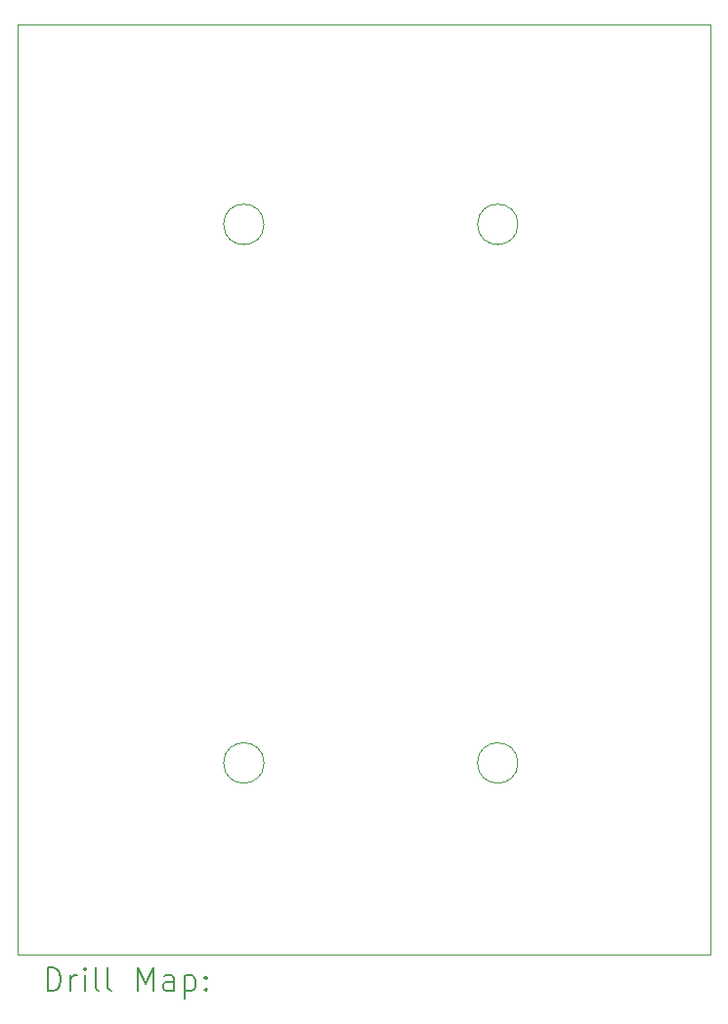
<source format=gbr>
%TF.GenerationSoftware,KiCad,Pcbnew,9.0.5*%
%TF.CreationDate,2026-01-25T07:56:29+10:00*%
%TF.ProjectId,OZ-HORNET-POWER-MAIN,4f5a2d48-4f52-44e4-9554-2d504f574552,rev?*%
%TF.SameCoordinates,Original*%
%TF.FileFunction,Drillmap*%
%TF.FilePolarity,Positive*%
%FSLAX45Y45*%
G04 Gerber Fmt 4.5, Leading zero omitted, Abs format (unit mm)*
G04 Created by KiCad (PCBNEW 9.0.5) date 2026-01-25 07:56:29*
%MOMM*%
%LPD*%
G01*
G04 APERTURE LIST*
%ADD10C,0.050000*%
%ADD11C,0.200000*%
G04 APERTURE END LIST*
D10*
X8175000Y-10000000D02*
G75*
G02*
X7825000Y-10000000I-175000J0D01*
G01*
X7825000Y-10000000D02*
G75*
G02*
X8175000Y-10000000I175000J0D01*
G01*
X10375000Y-5336800D02*
G75*
G02*
X10025000Y-5336800I-175000J0D01*
G01*
X10025000Y-5336800D02*
G75*
G02*
X10375000Y-5336800I175000J0D01*
G01*
X8175000Y-5336800D02*
G75*
G02*
X7825000Y-5336800I-175000J0D01*
G01*
X7825000Y-5336800D02*
G75*
G02*
X8175000Y-5336800I175000J0D01*
G01*
X10375000Y-10000000D02*
G75*
G02*
X10025000Y-10000000I-175000J0D01*
G01*
X10025000Y-10000000D02*
G75*
G02*
X10375000Y-10000000I175000J0D01*
G01*
X6040400Y-3607600D02*
X12040400Y-3607600D01*
X12040400Y-11657600D01*
X6040400Y-11657600D01*
X6040400Y-3607600D01*
D11*
X6298677Y-11971584D02*
X6298677Y-11771584D01*
X6298677Y-11771584D02*
X6346296Y-11771584D01*
X6346296Y-11771584D02*
X6374867Y-11781108D01*
X6374867Y-11781108D02*
X6393915Y-11800155D01*
X6393915Y-11800155D02*
X6403439Y-11819203D01*
X6403439Y-11819203D02*
X6412962Y-11857298D01*
X6412962Y-11857298D02*
X6412962Y-11885869D01*
X6412962Y-11885869D02*
X6403439Y-11923965D01*
X6403439Y-11923965D02*
X6393915Y-11943012D01*
X6393915Y-11943012D02*
X6374867Y-11962060D01*
X6374867Y-11962060D02*
X6346296Y-11971584D01*
X6346296Y-11971584D02*
X6298677Y-11971584D01*
X6498677Y-11971584D02*
X6498677Y-11838250D01*
X6498677Y-11876346D02*
X6508201Y-11857298D01*
X6508201Y-11857298D02*
X6517724Y-11847774D01*
X6517724Y-11847774D02*
X6536772Y-11838250D01*
X6536772Y-11838250D02*
X6555820Y-11838250D01*
X6622486Y-11971584D02*
X6622486Y-11838250D01*
X6622486Y-11771584D02*
X6612962Y-11781108D01*
X6612962Y-11781108D02*
X6622486Y-11790631D01*
X6622486Y-11790631D02*
X6632010Y-11781108D01*
X6632010Y-11781108D02*
X6622486Y-11771584D01*
X6622486Y-11771584D02*
X6622486Y-11790631D01*
X6746296Y-11971584D02*
X6727248Y-11962060D01*
X6727248Y-11962060D02*
X6717724Y-11943012D01*
X6717724Y-11943012D02*
X6717724Y-11771584D01*
X6851058Y-11971584D02*
X6832010Y-11962060D01*
X6832010Y-11962060D02*
X6822486Y-11943012D01*
X6822486Y-11943012D02*
X6822486Y-11771584D01*
X7079629Y-11971584D02*
X7079629Y-11771584D01*
X7079629Y-11771584D02*
X7146296Y-11914441D01*
X7146296Y-11914441D02*
X7212962Y-11771584D01*
X7212962Y-11771584D02*
X7212962Y-11971584D01*
X7393915Y-11971584D02*
X7393915Y-11866822D01*
X7393915Y-11866822D02*
X7384391Y-11847774D01*
X7384391Y-11847774D02*
X7365343Y-11838250D01*
X7365343Y-11838250D02*
X7327248Y-11838250D01*
X7327248Y-11838250D02*
X7308201Y-11847774D01*
X7393915Y-11962060D02*
X7374867Y-11971584D01*
X7374867Y-11971584D02*
X7327248Y-11971584D01*
X7327248Y-11971584D02*
X7308201Y-11962060D01*
X7308201Y-11962060D02*
X7298677Y-11943012D01*
X7298677Y-11943012D02*
X7298677Y-11923965D01*
X7298677Y-11923965D02*
X7308201Y-11904917D01*
X7308201Y-11904917D02*
X7327248Y-11895393D01*
X7327248Y-11895393D02*
X7374867Y-11895393D01*
X7374867Y-11895393D02*
X7393915Y-11885869D01*
X7489153Y-11838250D02*
X7489153Y-12038250D01*
X7489153Y-11847774D02*
X7508201Y-11838250D01*
X7508201Y-11838250D02*
X7546296Y-11838250D01*
X7546296Y-11838250D02*
X7565343Y-11847774D01*
X7565343Y-11847774D02*
X7574867Y-11857298D01*
X7574867Y-11857298D02*
X7584391Y-11876346D01*
X7584391Y-11876346D02*
X7584391Y-11933488D01*
X7584391Y-11933488D02*
X7574867Y-11952536D01*
X7574867Y-11952536D02*
X7565343Y-11962060D01*
X7565343Y-11962060D02*
X7546296Y-11971584D01*
X7546296Y-11971584D02*
X7508201Y-11971584D01*
X7508201Y-11971584D02*
X7489153Y-11962060D01*
X7670105Y-11952536D02*
X7679629Y-11962060D01*
X7679629Y-11962060D02*
X7670105Y-11971584D01*
X7670105Y-11971584D02*
X7660582Y-11962060D01*
X7660582Y-11962060D02*
X7670105Y-11952536D01*
X7670105Y-11952536D02*
X7670105Y-11971584D01*
X7670105Y-11847774D02*
X7679629Y-11857298D01*
X7679629Y-11857298D02*
X7670105Y-11866822D01*
X7670105Y-11866822D02*
X7660582Y-11857298D01*
X7660582Y-11857298D02*
X7670105Y-11847774D01*
X7670105Y-11847774D02*
X7670105Y-11866822D01*
M02*

</source>
